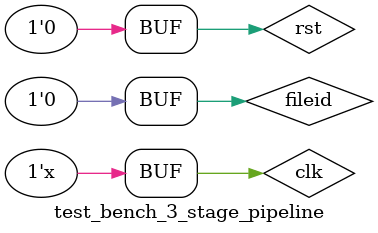
<source format=v>
`timescale 1ns / 1ps


module test_bench_3_stage_pipeline;

	// Inputs
	reg clk;
	reg rst;
	reg fileid;

	wire [15:0] aluout;

	// Instantiate the Unit Under Test (UUT)
	pipelined_regfile_3stage uut (
		.clk(clk), 
		.rst(rst), 
		.aluout(aluout)
	);
	always #15 clk=~clk;
	initial begin
		// Initialize Inputs
		clk = 0;
		rst = 0;
		fileid = 0;

		// Wait 100 ns for global reset to finish
		#100;
      #25 rst=1;
		#25 rst=0;
		// Add stimulus here

	end
      
endmodule


</source>
